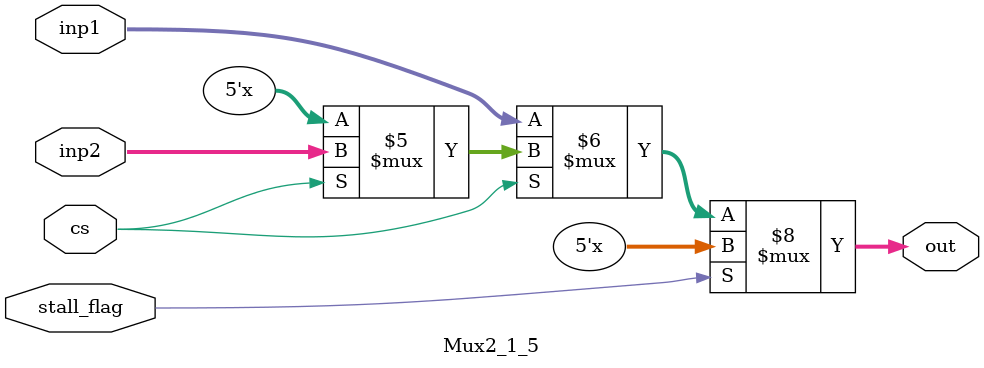
<source format=v>
module Mux2_1_5(inp1, inp2, stall_flag, cs, out);

input stall_flag;
input [4:0] inp1, inp2;
input cs;
output reg [4:0] out;

always @(inp1 or inp2 or cs or stall_flag)
if (stall_flag==0)
begin
begin
    out = (cs == 1'b0) ? inp1: (cs == 1'b1)? inp2: 5'bx; // To understand: 5'bx
end
end
endmodule
</source>
